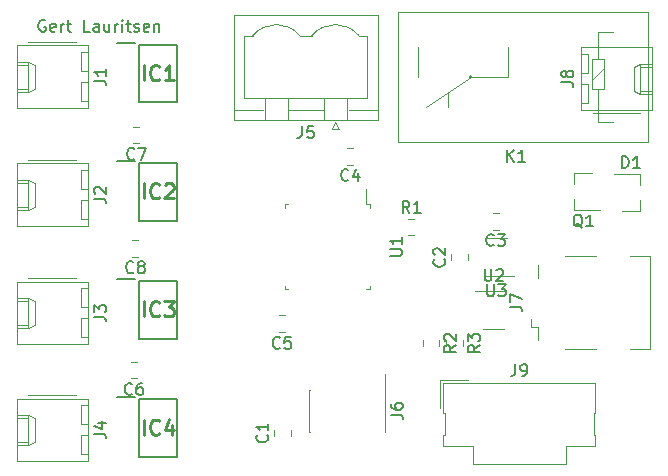
<source format=gbr>
%TF.GenerationSoftware,KiCad,Pcbnew,(5.1.7)-1*%
%TF.CreationDate,2020-10-05T16:07:02+02:00*%
%TF.ProjectId,Templogger,54656d70-6c6f-4676-9765-722e6b696361,rev?*%
%TF.SameCoordinates,Original*%
%TF.FileFunction,Legend,Top*%
%TF.FilePolarity,Positive*%
%FSLAX46Y46*%
G04 Gerber Fmt 4.6, Leading zero omitted, Abs format (unit mm)*
G04 Created by KiCad (PCBNEW (5.1.7)-1) date 2020-10-05 16:07:02*
%MOMM*%
%LPD*%
G01*
G04 APERTURE LIST*
%ADD10C,0.150000*%
%ADD11C,0.120000*%
%ADD12C,0.200000*%
%ADD13C,0.254000*%
G04 APERTURE END LIST*
D10*
X100428571Y-76500000D02*
X100333333Y-76452380D01*
X100190476Y-76452380D01*
X100047619Y-76500000D01*
X99952380Y-76595238D01*
X99904761Y-76690476D01*
X99857142Y-76880952D01*
X99857142Y-77023809D01*
X99904761Y-77214285D01*
X99952380Y-77309523D01*
X100047619Y-77404761D01*
X100190476Y-77452380D01*
X100285714Y-77452380D01*
X100428571Y-77404761D01*
X100476190Y-77357142D01*
X100476190Y-77023809D01*
X100285714Y-77023809D01*
X101285714Y-77404761D02*
X101190476Y-77452380D01*
X101000000Y-77452380D01*
X100904761Y-77404761D01*
X100857142Y-77309523D01*
X100857142Y-76928571D01*
X100904761Y-76833333D01*
X101000000Y-76785714D01*
X101190476Y-76785714D01*
X101285714Y-76833333D01*
X101333333Y-76928571D01*
X101333333Y-77023809D01*
X100857142Y-77119047D01*
X101761904Y-77452380D02*
X101761904Y-76785714D01*
X101761904Y-76976190D02*
X101809523Y-76880952D01*
X101857142Y-76833333D01*
X101952380Y-76785714D01*
X102047619Y-76785714D01*
X102238095Y-76785714D02*
X102619047Y-76785714D01*
X102380952Y-76452380D02*
X102380952Y-77309523D01*
X102428571Y-77404761D01*
X102523809Y-77452380D01*
X102619047Y-77452380D01*
X104190476Y-77452380D02*
X103714285Y-77452380D01*
X103714285Y-76452380D01*
X104952380Y-77452380D02*
X104952380Y-76928571D01*
X104904761Y-76833333D01*
X104809523Y-76785714D01*
X104619047Y-76785714D01*
X104523809Y-76833333D01*
X104952380Y-77404761D02*
X104857142Y-77452380D01*
X104619047Y-77452380D01*
X104523809Y-77404761D01*
X104476190Y-77309523D01*
X104476190Y-77214285D01*
X104523809Y-77119047D01*
X104619047Y-77071428D01*
X104857142Y-77071428D01*
X104952380Y-77023809D01*
X105857142Y-76785714D02*
X105857142Y-77452380D01*
X105428571Y-76785714D02*
X105428571Y-77309523D01*
X105476190Y-77404761D01*
X105571428Y-77452380D01*
X105714285Y-77452380D01*
X105809523Y-77404761D01*
X105857142Y-77357142D01*
X106333333Y-77452380D02*
X106333333Y-76785714D01*
X106333333Y-76976190D02*
X106380952Y-76880952D01*
X106428571Y-76833333D01*
X106523809Y-76785714D01*
X106619047Y-76785714D01*
X106952380Y-77452380D02*
X106952380Y-76785714D01*
X106952380Y-76452380D02*
X106904761Y-76500000D01*
X106952380Y-76547619D01*
X107000000Y-76500000D01*
X106952380Y-76452380D01*
X106952380Y-76547619D01*
X107285714Y-76785714D02*
X107666666Y-76785714D01*
X107428571Y-76452380D02*
X107428571Y-77309523D01*
X107476190Y-77404761D01*
X107571428Y-77452380D01*
X107666666Y-77452380D01*
X107952380Y-77404761D02*
X108047619Y-77452380D01*
X108238095Y-77452380D01*
X108333333Y-77404761D01*
X108380952Y-77309523D01*
X108380952Y-77261904D01*
X108333333Y-77166666D01*
X108238095Y-77119047D01*
X108095238Y-77119047D01*
X108000000Y-77071428D01*
X107952380Y-76976190D01*
X107952380Y-76928571D01*
X108000000Y-76833333D01*
X108095238Y-76785714D01*
X108238095Y-76785714D01*
X108333333Y-76833333D01*
X109190476Y-77404761D02*
X109095238Y-77452380D01*
X108904761Y-77452380D01*
X108809523Y-77404761D01*
X108761904Y-77309523D01*
X108761904Y-76928571D01*
X108809523Y-76833333D01*
X108904761Y-76785714D01*
X109095238Y-76785714D01*
X109190476Y-76833333D01*
X109238095Y-76928571D01*
X109238095Y-77023809D01*
X108761904Y-77119047D01*
X109666666Y-76785714D02*
X109666666Y-77452380D01*
X109666666Y-76880952D02*
X109714285Y-76833333D01*
X109809523Y-76785714D01*
X109952380Y-76785714D01*
X110047619Y-76833333D01*
X110095238Y-76928571D01*
X110095238Y-77452380D01*
D11*
%TO.C,R3*%
X134390000Y-103578922D02*
X134390000Y-104096078D01*
X135810000Y-103578922D02*
X135810000Y-104096078D01*
%TO.C,R2*%
X132390000Y-103578922D02*
X132390000Y-104096078D01*
X133810000Y-103578922D02*
X133810000Y-104096078D01*
%TO.C,J9*%
X133850000Y-106940000D02*
X136260000Y-106940000D01*
X133850000Y-109350000D02*
X133850000Y-106940000D01*
X146990000Y-107240000D02*
X134150000Y-107240000D01*
X146990000Y-109770000D02*
X146990000Y-107240000D01*
X146860000Y-109770000D02*
X146990000Y-109770000D01*
X146860000Y-111580000D02*
X146860000Y-109770000D01*
X146990000Y-111580000D02*
X146860000Y-111580000D01*
X146990000Y-112560000D02*
X146990000Y-111580000D01*
X144490000Y-112560000D02*
X146990000Y-112560000D01*
X144490000Y-114060000D02*
X144490000Y-112560000D01*
X136650000Y-114060000D02*
X144490000Y-114060000D01*
X136650000Y-112560000D02*
X136650000Y-114060000D01*
X134150000Y-112560000D02*
X136650000Y-112560000D01*
X134150000Y-111580000D02*
X134150000Y-112560000D01*
X134280000Y-111580000D02*
X134150000Y-111580000D01*
X134280000Y-109770000D02*
X134280000Y-111580000D01*
X134150000Y-109770000D02*
X134280000Y-109770000D01*
X134150000Y-107240000D02*
X134150000Y-109770000D01*
%TO.C,J8*%
X146370000Y-79360000D02*
X145770000Y-79360000D01*
X146370000Y-80960000D02*
X146370000Y-79360000D01*
X145770000Y-80960000D02*
X146370000Y-80960000D01*
X146370000Y-81900000D02*
X145770000Y-81900000D01*
X146370000Y-83500000D02*
X146370000Y-81900000D01*
X145770000Y-83500000D02*
X146370000Y-83500000D01*
X151790000Y-80410000D02*
X150790000Y-80410000D01*
X151790000Y-82450000D02*
X150790000Y-82450000D01*
X150260000Y-80410000D02*
X150790000Y-80160000D01*
X150260000Y-82450000D02*
X150260000Y-80410000D01*
X150790000Y-82700000D02*
X150260000Y-82450000D01*
X150790000Y-80160000D02*
X151790000Y-80160000D01*
X150790000Y-82700000D02*
X150790000Y-80160000D01*
X151790000Y-82700000D02*
X150790000Y-82700000D01*
X146800000Y-84370000D02*
X150800000Y-84370000D01*
X145770000Y-78780000D02*
X145770000Y-84080000D01*
X151790000Y-78780000D02*
X145770000Y-78780000D01*
X151790000Y-84080000D02*
X151790000Y-78780000D01*
X145770000Y-84080000D02*
X151790000Y-84080000D01*
%TO.C,C8*%
X108321078Y-96510000D02*
X107803922Y-96510000D01*
X108321078Y-95090000D02*
X107803922Y-95090000D01*
%TO.C,C7*%
X108396078Y-86910000D02*
X107878922Y-86910000D01*
X108396078Y-85490000D02*
X107878922Y-85490000D01*
%TO.C,C6*%
X108196078Y-106810000D02*
X107678922Y-106810000D01*
X108196078Y-105390000D02*
X107678922Y-105390000D01*
%TO.C,C5*%
X120721078Y-102910000D02*
X120203922Y-102910000D01*
X120721078Y-101490000D02*
X120203922Y-101490000D01*
%TO.C,C4*%
X126521078Y-88710000D02*
X126003922Y-88710000D01*
X126521078Y-87290000D02*
X126003922Y-87290000D01*
%TO.C,U3*%
X139500000Y-94890000D02*
X137700000Y-94890000D01*
X137700000Y-98110000D02*
X140150000Y-98110000D01*
%TO.C,U2*%
X137500000Y-102610000D02*
X139300000Y-102610000D01*
X139300000Y-99390000D02*
X136850000Y-99390000D01*
%TO.C,U1*%
X120690000Y-98985000D02*
X120690000Y-99285000D01*
X120690000Y-99285000D02*
X120990000Y-99285000D01*
X120690000Y-92365000D02*
X120690000Y-92065000D01*
X120690000Y-92065000D02*
X120990000Y-92065000D01*
X127910000Y-98985000D02*
X127910000Y-99285000D01*
X127910000Y-99285000D02*
X127610000Y-99285000D01*
X127910000Y-92365000D02*
X127910000Y-92065000D01*
X127910000Y-92065000D02*
X127610000Y-92065000D01*
X127610000Y-92065000D02*
X127610000Y-90750000D01*
%TO.C,R1*%
X131178922Y-93290000D02*
X131696078Y-93290000D01*
X131178922Y-94710000D02*
X131696078Y-94710000D01*
%TO.C,Q1*%
X145240000Y-89420000D02*
X145240000Y-90350000D01*
X145240000Y-92580000D02*
X145240000Y-91650000D01*
X145240000Y-92580000D02*
X147400000Y-92580000D01*
X145240000Y-89420000D02*
X146700000Y-89420000D01*
%TO.C,K1*%
X132000000Y-78770000D02*
X132000000Y-81310000D01*
X136445000Y-81310000D02*
X132635000Y-83850000D01*
X134540000Y-83850000D02*
X134540000Y-82580000D01*
X139620000Y-78770000D02*
X139620000Y-81310000D01*
X139620000Y-81310000D02*
X136445000Y-81310000D01*
X147750000Y-80550000D02*
X146730000Y-81560000D01*
X147240000Y-85120000D02*
X148510000Y-85120000D01*
X147240000Y-82330000D02*
X147240000Y-85120000D01*
X147240000Y-77500000D02*
X147240000Y-79790000D01*
X148510000Y-77500000D02*
X147240000Y-77500000D01*
X147240000Y-79790000D02*
X147750000Y-79790000D01*
X147750000Y-79790000D02*
X147750000Y-82330000D01*
X147750000Y-82330000D02*
X147240000Y-82330000D01*
X147240000Y-82330000D02*
X146730000Y-82330000D01*
X146730000Y-82330000D02*
X146730000Y-79790000D01*
X146730000Y-79790000D02*
X147240000Y-79790000D01*
X151460000Y-75810000D02*
X130320000Y-75810000D01*
X130320000Y-75810000D02*
X130320000Y-86810000D01*
X151460000Y-75810000D02*
X151460000Y-86810000D01*
X151460000Y-86810000D02*
X130320000Y-86810000D01*
X136572000Y-81310000D02*
G75*
G03*
X136572000Y-81310000I-127000J0D01*
G01*
%TO.C,J7*%
X147050000Y-104360000D02*
X144450000Y-104360000D01*
X144450000Y-96440000D02*
X147050000Y-96440000D01*
X142140000Y-103600000D02*
X142140000Y-102450000D01*
X142140000Y-102450000D02*
X141550000Y-102450000D01*
X141550000Y-102450000D02*
X141550000Y-101750000D01*
X142140000Y-98350000D02*
X142140000Y-97200000D01*
X149950000Y-104360000D02*
X151610000Y-104360000D01*
X151610000Y-104360000D02*
X151610000Y-96440000D01*
X151610000Y-96440000D02*
X149950000Y-96440000D01*
%TO.C,J6*%
X129235000Y-107785000D02*
X129235000Y-111315000D01*
X122765000Y-107785000D02*
X122765000Y-111315000D01*
X129170000Y-106460000D02*
X129170000Y-107785000D01*
X129235000Y-107785000D02*
X129170000Y-107785000D01*
X129235000Y-111315000D02*
X129170000Y-111315000D01*
X122830000Y-107785000D02*
X122765000Y-107785000D01*
X122830000Y-111315000D02*
X122765000Y-111315000D01*
%TO.C,J5*%
X128610000Y-84910000D02*
X128610000Y-76090000D01*
X128610000Y-76090000D02*
X116390000Y-76090000D01*
X116390000Y-76090000D02*
X116390000Y-84910000D01*
X116390000Y-84910000D02*
X128610000Y-84910000D01*
X128610000Y-84100000D02*
X126110000Y-84100000D01*
X116390000Y-84100000D02*
X118890000Y-84100000D01*
X124000000Y-84100000D02*
X121000000Y-84100000D01*
X126000000Y-83100000D02*
X126000000Y-84910000D01*
X126000000Y-84910000D02*
X124000000Y-84910000D01*
X124000000Y-84910000D02*
X124000000Y-83100000D01*
X124000000Y-83100000D02*
X126000000Y-83100000D01*
X121000000Y-83100000D02*
X121000000Y-84910000D01*
X121000000Y-84910000D02*
X119000000Y-84910000D01*
X119000000Y-84910000D02*
X119000000Y-83100000D01*
X119000000Y-83100000D02*
X121000000Y-83100000D01*
X123000000Y-77800000D02*
X122000000Y-77800000D01*
X127000000Y-77800000D02*
X127700000Y-77800000D01*
X127700000Y-77800000D02*
X127700000Y-83100000D01*
X127700000Y-83100000D02*
X117300000Y-83100000D01*
X117300000Y-83100000D02*
X117300000Y-77800000D01*
X117300000Y-77800000D02*
X118000000Y-77800000D01*
X124700000Y-85710000D02*
X125000000Y-85110000D01*
X125000000Y-85110000D02*
X125300000Y-85710000D01*
X125300000Y-85710000D02*
X124700000Y-85710000D01*
X118013159Y-77784179D02*
G75*
G02*
X122000000Y-77800000I1986841J-1665821D01*
G01*
X123013159Y-77784179D02*
G75*
G02*
X127000000Y-77800000I1986841J-1665821D01*
G01*
%TO.C,J4*%
X104030000Y-108520000D02*
X98010000Y-108520000D01*
X98010000Y-108520000D02*
X98010000Y-113820000D01*
X98010000Y-113820000D02*
X104030000Y-113820000D01*
X104030000Y-113820000D02*
X104030000Y-108520000D01*
X103000000Y-108230000D02*
X99000000Y-108230000D01*
X98010000Y-109900000D02*
X99010000Y-109900000D01*
X99010000Y-109900000D02*
X99010000Y-112440000D01*
X99010000Y-112440000D02*
X98010000Y-112440000D01*
X99010000Y-109900000D02*
X99540000Y-110150000D01*
X99540000Y-110150000D02*
X99540000Y-112190000D01*
X99540000Y-112190000D02*
X99010000Y-112440000D01*
X98010000Y-110150000D02*
X99010000Y-110150000D01*
X98010000Y-112190000D02*
X99010000Y-112190000D01*
X104030000Y-109100000D02*
X103430000Y-109100000D01*
X103430000Y-109100000D02*
X103430000Y-110700000D01*
X103430000Y-110700000D02*
X104030000Y-110700000D01*
X104030000Y-111640000D02*
X103430000Y-111640000D01*
X103430000Y-111640000D02*
X103430000Y-113240000D01*
X103430000Y-113240000D02*
X104030000Y-113240000D01*
%TO.C,J3*%
X104030000Y-98620000D02*
X98010000Y-98620000D01*
X98010000Y-98620000D02*
X98010000Y-103920000D01*
X98010000Y-103920000D02*
X104030000Y-103920000D01*
X104030000Y-103920000D02*
X104030000Y-98620000D01*
X103000000Y-98330000D02*
X99000000Y-98330000D01*
X98010000Y-100000000D02*
X99010000Y-100000000D01*
X99010000Y-100000000D02*
X99010000Y-102540000D01*
X99010000Y-102540000D02*
X98010000Y-102540000D01*
X99010000Y-100000000D02*
X99540000Y-100250000D01*
X99540000Y-100250000D02*
X99540000Y-102290000D01*
X99540000Y-102290000D02*
X99010000Y-102540000D01*
X98010000Y-100250000D02*
X99010000Y-100250000D01*
X98010000Y-102290000D02*
X99010000Y-102290000D01*
X104030000Y-99200000D02*
X103430000Y-99200000D01*
X103430000Y-99200000D02*
X103430000Y-100800000D01*
X103430000Y-100800000D02*
X104030000Y-100800000D01*
X104030000Y-101740000D02*
X103430000Y-101740000D01*
X103430000Y-101740000D02*
X103430000Y-103340000D01*
X103430000Y-103340000D02*
X104030000Y-103340000D01*
%TO.C,J2*%
X104030000Y-88620000D02*
X98010000Y-88620000D01*
X98010000Y-88620000D02*
X98010000Y-93920000D01*
X98010000Y-93920000D02*
X104030000Y-93920000D01*
X104030000Y-93920000D02*
X104030000Y-88620000D01*
X103000000Y-88330000D02*
X99000000Y-88330000D01*
X98010000Y-90000000D02*
X99010000Y-90000000D01*
X99010000Y-90000000D02*
X99010000Y-92540000D01*
X99010000Y-92540000D02*
X98010000Y-92540000D01*
X99010000Y-90000000D02*
X99540000Y-90250000D01*
X99540000Y-90250000D02*
X99540000Y-92290000D01*
X99540000Y-92290000D02*
X99010000Y-92540000D01*
X98010000Y-90250000D02*
X99010000Y-90250000D01*
X98010000Y-92290000D02*
X99010000Y-92290000D01*
X104030000Y-89200000D02*
X103430000Y-89200000D01*
X103430000Y-89200000D02*
X103430000Y-90800000D01*
X103430000Y-90800000D02*
X104030000Y-90800000D01*
X104030000Y-91740000D02*
X103430000Y-91740000D01*
X103430000Y-91740000D02*
X103430000Y-93340000D01*
X103430000Y-93340000D02*
X104030000Y-93340000D01*
%TO.C,J1*%
X104030000Y-78620000D02*
X98010000Y-78620000D01*
X98010000Y-78620000D02*
X98010000Y-83920000D01*
X98010000Y-83920000D02*
X104030000Y-83920000D01*
X104030000Y-83920000D02*
X104030000Y-78620000D01*
X103000000Y-78330000D02*
X99000000Y-78330000D01*
X98010000Y-80000000D02*
X99010000Y-80000000D01*
X99010000Y-80000000D02*
X99010000Y-82540000D01*
X99010000Y-82540000D02*
X98010000Y-82540000D01*
X99010000Y-80000000D02*
X99540000Y-80250000D01*
X99540000Y-80250000D02*
X99540000Y-82290000D01*
X99540000Y-82290000D02*
X99010000Y-82540000D01*
X98010000Y-80250000D02*
X99010000Y-80250000D01*
X98010000Y-82290000D02*
X99010000Y-82290000D01*
X104030000Y-79200000D02*
X103430000Y-79200000D01*
X103430000Y-79200000D02*
X103430000Y-80800000D01*
X103430000Y-80800000D02*
X104030000Y-80800000D01*
X104030000Y-81740000D02*
X103430000Y-81740000D01*
X103430000Y-81740000D02*
X103430000Y-83340000D01*
X103430000Y-83340000D02*
X104030000Y-83340000D01*
D12*
%TO.C,IC4*%
X108400000Y-108550000D02*
X111600000Y-108550000D01*
X111600000Y-108550000D02*
X111600000Y-113450000D01*
X111600000Y-113450000D02*
X108400000Y-113450000D01*
X108400000Y-113450000D02*
X108400000Y-108550000D01*
X106525000Y-108420000D02*
X108050000Y-108420000D01*
%TO.C,IC3*%
X108400000Y-98550000D02*
X111600000Y-98550000D01*
X111600000Y-98550000D02*
X111600000Y-103450000D01*
X111600000Y-103450000D02*
X108400000Y-103450000D01*
X108400000Y-103450000D02*
X108400000Y-98550000D01*
X106525000Y-98420000D02*
X108050000Y-98420000D01*
%TO.C,IC2*%
X108400000Y-88550000D02*
X111600000Y-88550000D01*
X111600000Y-88550000D02*
X111600000Y-93450000D01*
X111600000Y-93450000D02*
X108400000Y-93450000D01*
X108400000Y-93450000D02*
X108400000Y-88550000D01*
X106525000Y-88420000D02*
X108050000Y-88420000D01*
%TO.C,IC1*%
X108400000Y-78550000D02*
X111600000Y-78550000D01*
X111600000Y-78550000D02*
X111600000Y-83450000D01*
X111600000Y-83450000D02*
X108400000Y-83450000D01*
X108400000Y-83450000D02*
X108400000Y-78550000D01*
X106525000Y-78420000D02*
X108050000Y-78420000D01*
D11*
%TO.C,D1*%
X150760000Y-92630000D02*
X150760000Y-91700000D01*
X150760000Y-89470000D02*
X150760000Y-90400000D01*
X150760000Y-89470000D02*
X148600000Y-89470000D01*
X150760000Y-92630000D02*
X149300000Y-92630000D01*
%TO.C,C3*%
X138821078Y-94210000D02*
X138303922Y-94210000D01*
X138821078Y-92790000D02*
X138303922Y-92790000D01*
%TO.C,C2*%
X134790000Y-96821078D02*
X134790000Y-96303922D01*
X136210000Y-96821078D02*
X136210000Y-96303922D01*
%TO.C,C1*%
X119790000Y-111696078D02*
X119790000Y-111178922D01*
X121210000Y-111696078D02*
X121210000Y-111178922D01*
%TO.C,R3*%
D10*
X137202380Y-104004166D02*
X136726190Y-104337500D01*
X137202380Y-104575595D02*
X136202380Y-104575595D01*
X136202380Y-104194642D01*
X136250000Y-104099404D01*
X136297619Y-104051785D01*
X136392857Y-104004166D01*
X136535714Y-104004166D01*
X136630952Y-104051785D01*
X136678571Y-104099404D01*
X136726190Y-104194642D01*
X136726190Y-104575595D01*
X136202380Y-103670833D02*
X136202380Y-103051785D01*
X136583333Y-103385119D01*
X136583333Y-103242261D01*
X136630952Y-103147023D01*
X136678571Y-103099404D01*
X136773809Y-103051785D01*
X137011904Y-103051785D01*
X137107142Y-103099404D01*
X137154761Y-103147023D01*
X137202380Y-103242261D01*
X137202380Y-103527976D01*
X137154761Y-103623214D01*
X137107142Y-103670833D01*
%TO.C,R2*%
X135202380Y-104004166D02*
X134726190Y-104337500D01*
X135202380Y-104575595D02*
X134202380Y-104575595D01*
X134202380Y-104194642D01*
X134250000Y-104099404D01*
X134297619Y-104051785D01*
X134392857Y-104004166D01*
X134535714Y-104004166D01*
X134630952Y-104051785D01*
X134678571Y-104099404D01*
X134726190Y-104194642D01*
X134726190Y-104575595D01*
X134297619Y-103623214D02*
X134250000Y-103575595D01*
X134202380Y-103480357D01*
X134202380Y-103242261D01*
X134250000Y-103147023D01*
X134297619Y-103099404D01*
X134392857Y-103051785D01*
X134488095Y-103051785D01*
X134630952Y-103099404D01*
X135202380Y-103670833D01*
X135202380Y-103051785D01*
%TO.C,J9*%
X140236666Y-105602380D02*
X140236666Y-106316666D01*
X140189047Y-106459523D01*
X140093809Y-106554761D01*
X139950952Y-106602380D01*
X139855714Y-106602380D01*
X140760476Y-106602380D02*
X140950952Y-106602380D01*
X141046190Y-106554761D01*
X141093809Y-106507142D01*
X141189047Y-106364285D01*
X141236666Y-106173809D01*
X141236666Y-105792857D01*
X141189047Y-105697619D01*
X141141428Y-105650000D01*
X141046190Y-105602380D01*
X140855714Y-105602380D01*
X140760476Y-105650000D01*
X140712857Y-105697619D01*
X140665238Y-105792857D01*
X140665238Y-106030952D01*
X140712857Y-106126190D01*
X140760476Y-106173809D01*
X140855714Y-106221428D01*
X141046190Y-106221428D01*
X141141428Y-106173809D01*
X141189047Y-106126190D01*
X141236666Y-106030952D01*
%TO.C,J8*%
X144132380Y-81763333D02*
X144846666Y-81763333D01*
X144989523Y-81810952D01*
X145084761Y-81906190D01*
X145132380Y-82049047D01*
X145132380Y-82144285D01*
X144560952Y-81144285D02*
X144513333Y-81239523D01*
X144465714Y-81287142D01*
X144370476Y-81334761D01*
X144322857Y-81334761D01*
X144227619Y-81287142D01*
X144180000Y-81239523D01*
X144132380Y-81144285D01*
X144132380Y-80953809D01*
X144180000Y-80858571D01*
X144227619Y-80810952D01*
X144322857Y-80763333D01*
X144370476Y-80763333D01*
X144465714Y-80810952D01*
X144513333Y-80858571D01*
X144560952Y-80953809D01*
X144560952Y-81144285D01*
X144608571Y-81239523D01*
X144656190Y-81287142D01*
X144751428Y-81334761D01*
X144941904Y-81334761D01*
X145037142Y-81287142D01*
X145084761Y-81239523D01*
X145132380Y-81144285D01*
X145132380Y-80953809D01*
X145084761Y-80858571D01*
X145037142Y-80810952D01*
X144941904Y-80763333D01*
X144751428Y-80763333D01*
X144656190Y-80810952D01*
X144608571Y-80858571D01*
X144560952Y-80953809D01*
%TO.C,C8*%
X107895833Y-97807142D02*
X107848214Y-97854761D01*
X107705357Y-97902380D01*
X107610119Y-97902380D01*
X107467261Y-97854761D01*
X107372023Y-97759523D01*
X107324404Y-97664285D01*
X107276785Y-97473809D01*
X107276785Y-97330952D01*
X107324404Y-97140476D01*
X107372023Y-97045238D01*
X107467261Y-96950000D01*
X107610119Y-96902380D01*
X107705357Y-96902380D01*
X107848214Y-96950000D01*
X107895833Y-96997619D01*
X108467261Y-97330952D02*
X108372023Y-97283333D01*
X108324404Y-97235714D01*
X108276785Y-97140476D01*
X108276785Y-97092857D01*
X108324404Y-96997619D01*
X108372023Y-96950000D01*
X108467261Y-96902380D01*
X108657738Y-96902380D01*
X108752976Y-96950000D01*
X108800595Y-96997619D01*
X108848214Y-97092857D01*
X108848214Y-97140476D01*
X108800595Y-97235714D01*
X108752976Y-97283333D01*
X108657738Y-97330952D01*
X108467261Y-97330952D01*
X108372023Y-97378571D01*
X108324404Y-97426190D01*
X108276785Y-97521428D01*
X108276785Y-97711904D01*
X108324404Y-97807142D01*
X108372023Y-97854761D01*
X108467261Y-97902380D01*
X108657738Y-97902380D01*
X108752976Y-97854761D01*
X108800595Y-97807142D01*
X108848214Y-97711904D01*
X108848214Y-97521428D01*
X108800595Y-97426190D01*
X108752976Y-97378571D01*
X108657738Y-97330952D01*
%TO.C,C7*%
X107970833Y-88207142D02*
X107923214Y-88254761D01*
X107780357Y-88302380D01*
X107685119Y-88302380D01*
X107542261Y-88254761D01*
X107447023Y-88159523D01*
X107399404Y-88064285D01*
X107351785Y-87873809D01*
X107351785Y-87730952D01*
X107399404Y-87540476D01*
X107447023Y-87445238D01*
X107542261Y-87350000D01*
X107685119Y-87302380D01*
X107780357Y-87302380D01*
X107923214Y-87350000D01*
X107970833Y-87397619D01*
X108304166Y-87302380D02*
X108970833Y-87302380D01*
X108542261Y-88302380D01*
%TO.C,C6*%
X107770833Y-108107142D02*
X107723214Y-108154761D01*
X107580357Y-108202380D01*
X107485119Y-108202380D01*
X107342261Y-108154761D01*
X107247023Y-108059523D01*
X107199404Y-107964285D01*
X107151785Y-107773809D01*
X107151785Y-107630952D01*
X107199404Y-107440476D01*
X107247023Y-107345238D01*
X107342261Y-107250000D01*
X107485119Y-107202380D01*
X107580357Y-107202380D01*
X107723214Y-107250000D01*
X107770833Y-107297619D01*
X108627976Y-107202380D02*
X108437500Y-107202380D01*
X108342261Y-107250000D01*
X108294642Y-107297619D01*
X108199404Y-107440476D01*
X108151785Y-107630952D01*
X108151785Y-108011904D01*
X108199404Y-108107142D01*
X108247023Y-108154761D01*
X108342261Y-108202380D01*
X108532738Y-108202380D01*
X108627976Y-108154761D01*
X108675595Y-108107142D01*
X108723214Y-108011904D01*
X108723214Y-107773809D01*
X108675595Y-107678571D01*
X108627976Y-107630952D01*
X108532738Y-107583333D01*
X108342261Y-107583333D01*
X108247023Y-107630952D01*
X108199404Y-107678571D01*
X108151785Y-107773809D01*
%TO.C,C5*%
X120295833Y-104207142D02*
X120248214Y-104254761D01*
X120105357Y-104302380D01*
X120010119Y-104302380D01*
X119867261Y-104254761D01*
X119772023Y-104159523D01*
X119724404Y-104064285D01*
X119676785Y-103873809D01*
X119676785Y-103730952D01*
X119724404Y-103540476D01*
X119772023Y-103445238D01*
X119867261Y-103350000D01*
X120010119Y-103302380D01*
X120105357Y-103302380D01*
X120248214Y-103350000D01*
X120295833Y-103397619D01*
X121200595Y-103302380D02*
X120724404Y-103302380D01*
X120676785Y-103778571D01*
X120724404Y-103730952D01*
X120819642Y-103683333D01*
X121057738Y-103683333D01*
X121152976Y-103730952D01*
X121200595Y-103778571D01*
X121248214Y-103873809D01*
X121248214Y-104111904D01*
X121200595Y-104207142D01*
X121152976Y-104254761D01*
X121057738Y-104302380D01*
X120819642Y-104302380D01*
X120724404Y-104254761D01*
X120676785Y-104207142D01*
%TO.C,C4*%
X126095833Y-90007142D02*
X126048214Y-90054761D01*
X125905357Y-90102380D01*
X125810119Y-90102380D01*
X125667261Y-90054761D01*
X125572023Y-89959523D01*
X125524404Y-89864285D01*
X125476785Y-89673809D01*
X125476785Y-89530952D01*
X125524404Y-89340476D01*
X125572023Y-89245238D01*
X125667261Y-89150000D01*
X125810119Y-89102380D01*
X125905357Y-89102380D01*
X126048214Y-89150000D01*
X126095833Y-89197619D01*
X126952976Y-89435714D02*
X126952976Y-90102380D01*
X126714880Y-89054761D02*
X126476785Y-89769047D01*
X127095833Y-89769047D01*
%TO.C,U3*%
X137838095Y-98852380D02*
X137838095Y-99661904D01*
X137885714Y-99757142D01*
X137933333Y-99804761D01*
X138028571Y-99852380D01*
X138219047Y-99852380D01*
X138314285Y-99804761D01*
X138361904Y-99757142D01*
X138409523Y-99661904D01*
X138409523Y-98852380D01*
X138790476Y-98852380D02*
X139409523Y-98852380D01*
X139076190Y-99233333D01*
X139219047Y-99233333D01*
X139314285Y-99280952D01*
X139361904Y-99328571D01*
X139409523Y-99423809D01*
X139409523Y-99661904D01*
X139361904Y-99757142D01*
X139314285Y-99804761D01*
X139219047Y-99852380D01*
X138933333Y-99852380D01*
X138838095Y-99804761D01*
X138790476Y-99757142D01*
%TO.C,U2*%
X137638095Y-97552380D02*
X137638095Y-98361904D01*
X137685714Y-98457142D01*
X137733333Y-98504761D01*
X137828571Y-98552380D01*
X138019047Y-98552380D01*
X138114285Y-98504761D01*
X138161904Y-98457142D01*
X138209523Y-98361904D01*
X138209523Y-97552380D01*
X138638095Y-97647619D02*
X138685714Y-97600000D01*
X138780952Y-97552380D01*
X139019047Y-97552380D01*
X139114285Y-97600000D01*
X139161904Y-97647619D01*
X139209523Y-97742857D01*
X139209523Y-97838095D01*
X139161904Y-97980952D01*
X138590476Y-98552380D01*
X139209523Y-98552380D01*
%TO.C,U1*%
X129632380Y-96436904D02*
X130441904Y-96436904D01*
X130537142Y-96389285D01*
X130584761Y-96341666D01*
X130632380Y-96246428D01*
X130632380Y-96055952D01*
X130584761Y-95960714D01*
X130537142Y-95913095D01*
X130441904Y-95865476D01*
X129632380Y-95865476D01*
X130632380Y-94865476D02*
X130632380Y-95436904D01*
X130632380Y-95151190D02*
X129632380Y-95151190D01*
X129775238Y-95246428D01*
X129870476Y-95341666D01*
X129918095Y-95436904D01*
%TO.C,R1*%
X131270833Y-92802380D02*
X130937500Y-92326190D01*
X130699404Y-92802380D02*
X130699404Y-91802380D01*
X131080357Y-91802380D01*
X131175595Y-91850000D01*
X131223214Y-91897619D01*
X131270833Y-91992857D01*
X131270833Y-92135714D01*
X131223214Y-92230952D01*
X131175595Y-92278571D01*
X131080357Y-92326190D01*
X130699404Y-92326190D01*
X132223214Y-92802380D02*
X131651785Y-92802380D01*
X131937500Y-92802380D02*
X131937500Y-91802380D01*
X131842261Y-91945238D01*
X131747023Y-92040476D01*
X131651785Y-92088095D01*
%TO.C,Q1*%
X145904761Y-94047619D02*
X145809523Y-94000000D01*
X145714285Y-93904761D01*
X145571428Y-93761904D01*
X145476190Y-93714285D01*
X145380952Y-93714285D01*
X145428571Y-93952380D02*
X145333333Y-93904761D01*
X145238095Y-93809523D01*
X145190476Y-93619047D01*
X145190476Y-93285714D01*
X145238095Y-93095238D01*
X145333333Y-93000000D01*
X145428571Y-92952380D01*
X145619047Y-92952380D01*
X145714285Y-93000000D01*
X145809523Y-93095238D01*
X145857142Y-93285714D01*
X145857142Y-93619047D01*
X145809523Y-93809523D01*
X145714285Y-93904761D01*
X145619047Y-93952380D01*
X145428571Y-93952380D01*
X146809523Y-93952380D02*
X146238095Y-93952380D01*
X146523809Y-93952380D02*
X146523809Y-92952380D01*
X146428571Y-93095238D01*
X146333333Y-93190476D01*
X146238095Y-93238095D01*
%TO.C,K1*%
X139541904Y-88452380D02*
X139541904Y-87452380D01*
X140113333Y-88452380D02*
X139684761Y-87880952D01*
X140113333Y-87452380D02*
X139541904Y-88023809D01*
X141065714Y-88452380D02*
X140494285Y-88452380D01*
X140780000Y-88452380D02*
X140780000Y-87452380D01*
X140684761Y-87595238D01*
X140589523Y-87690476D01*
X140494285Y-87738095D01*
%TO.C,J7*%
X139802380Y-100733333D02*
X140516666Y-100733333D01*
X140659523Y-100780952D01*
X140754761Y-100876190D01*
X140802380Y-101019047D01*
X140802380Y-101114285D01*
X139802380Y-100352380D02*
X139802380Y-99685714D01*
X140802380Y-100114285D01*
%TO.C,J6*%
X129687380Y-109883333D02*
X130401666Y-109883333D01*
X130544523Y-109930952D01*
X130639761Y-110026190D01*
X130687380Y-110169047D01*
X130687380Y-110264285D01*
X129687380Y-108978571D02*
X129687380Y-109169047D01*
X129735000Y-109264285D01*
X129782619Y-109311904D01*
X129925476Y-109407142D01*
X130115952Y-109454761D01*
X130496904Y-109454761D01*
X130592142Y-109407142D01*
X130639761Y-109359523D01*
X130687380Y-109264285D01*
X130687380Y-109073809D01*
X130639761Y-108978571D01*
X130592142Y-108930952D01*
X130496904Y-108883333D01*
X130258809Y-108883333D01*
X130163571Y-108930952D01*
X130115952Y-108978571D01*
X130068333Y-109073809D01*
X130068333Y-109264285D01*
X130115952Y-109359523D01*
X130163571Y-109407142D01*
X130258809Y-109454761D01*
%TO.C,J5*%
X122166666Y-85452380D02*
X122166666Y-86166666D01*
X122119047Y-86309523D01*
X122023809Y-86404761D01*
X121880952Y-86452380D01*
X121785714Y-86452380D01*
X123119047Y-85452380D02*
X122642857Y-85452380D01*
X122595238Y-85928571D01*
X122642857Y-85880952D01*
X122738095Y-85833333D01*
X122976190Y-85833333D01*
X123071428Y-85880952D01*
X123119047Y-85928571D01*
X123166666Y-86023809D01*
X123166666Y-86261904D01*
X123119047Y-86357142D01*
X123071428Y-86404761D01*
X122976190Y-86452380D01*
X122738095Y-86452380D01*
X122642857Y-86404761D01*
X122595238Y-86357142D01*
%TO.C,J4*%
X104572380Y-111503333D02*
X105286666Y-111503333D01*
X105429523Y-111550952D01*
X105524761Y-111646190D01*
X105572380Y-111789047D01*
X105572380Y-111884285D01*
X104905714Y-110598571D02*
X105572380Y-110598571D01*
X104524761Y-110836666D02*
X105239047Y-111074761D01*
X105239047Y-110455714D01*
%TO.C,J3*%
X104572380Y-101603333D02*
X105286666Y-101603333D01*
X105429523Y-101650952D01*
X105524761Y-101746190D01*
X105572380Y-101889047D01*
X105572380Y-101984285D01*
X104572380Y-101222380D02*
X104572380Y-100603333D01*
X104953333Y-100936666D01*
X104953333Y-100793809D01*
X105000952Y-100698571D01*
X105048571Y-100650952D01*
X105143809Y-100603333D01*
X105381904Y-100603333D01*
X105477142Y-100650952D01*
X105524761Y-100698571D01*
X105572380Y-100793809D01*
X105572380Y-101079523D01*
X105524761Y-101174761D01*
X105477142Y-101222380D01*
%TO.C,J2*%
X104572380Y-91603333D02*
X105286666Y-91603333D01*
X105429523Y-91650952D01*
X105524761Y-91746190D01*
X105572380Y-91889047D01*
X105572380Y-91984285D01*
X104667619Y-91174761D02*
X104620000Y-91127142D01*
X104572380Y-91031904D01*
X104572380Y-90793809D01*
X104620000Y-90698571D01*
X104667619Y-90650952D01*
X104762857Y-90603333D01*
X104858095Y-90603333D01*
X105000952Y-90650952D01*
X105572380Y-91222380D01*
X105572380Y-90603333D01*
%TO.C,J1*%
X104572380Y-81603333D02*
X105286666Y-81603333D01*
X105429523Y-81650952D01*
X105524761Y-81746190D01*
X105572380Y-81889047D01*
X105572380Y-81984285D01*
X105572380Y-80603333D02*
X105572380Y-81174761D01*
X105572380Y-80889047D02*
X104572380Y-80889047D01*
X104715238Y-80984285D01*
X104810476Y-81079523D01*
X104858095Y-81174761D01*
%TO.C,IC4*%
D13*
X108760238Y-111574523D02*
X108760238Y-110304523D01*
X110090714Y-111453571D02*
X110030238Y-111514047D01*
X109848809Y-111574523D01*
X109727857Y-111574523D01*
X109546428Y-111514047D01*
X109425476Y-111393095D01*
X109365000Y-111272142D01*
X109304523Y-111030238D01*
X109304523Y-110848809D01*
X109365000Y-110606904D01*
X109425476Y-110485952D01*
X109546428Y-110365000D01*
X109727857Y-110304523D01*
X109848809Y-110304523D01*
X110030238Y-110365000D01*
X110090714Y-110425476D01*
X111179285Y-110727857D02*
X111179285Y-111574523D01*
X110876904Y-110244047D02*
X110574523Y-111151190D01*
X111360714Y-111151190D01*
%TO.C,IC3*%
X108760238Y-101574523D02*
X108760238Y-100304523D01*
X110090714Y-101453571D02*
X110030238Y-101514047D01*
X109848809Y-101574523D01*
X109727857Y-101574523D01*
X109546428Y-101514047D01*
X109425476Y-101393095D01*
X109365000Y-101272142D01*
X109304523Y-101030238D01*
X109304523Y-100848809D01*
X109365000Y-100606904D01*
X109425476Y-100485952D01*
X109546428Y-100365000D01*
X109727857Y-100304523D01*
X109848809Y-100304523D01*
X110030238Y-100365000D01*
X110090714Y-100425476D01*
X110514047Y-100304523D02*
X111300238Y-100304523D01*
X110876904Y-100788333D01*
X111058333Y-100788333D01*
X111179285Y-100848809D01*
X111239761Y-100909285D01*
X111300238Y-101030238D01*
X111300238Y-101332619D01*
X111239761Y-101453571D01*
X111179285Y-101514047D01*
X111058333Y-101574523D01*
X110695476Y-101574523D01*
X110574523Y-101514047D01*
X110514047Y-101453571D01*
%TO.C,IC2*%
X108760238Y-91574523D02*
X108760238Y-90304523D01*
X110090714Y-91453571D02*
X110030238Y-91514047D01*
X109848809Y-91574523D01*
X109727857Y-91574523D01*
X109546428Y-91514047D01*
X109425476Y-91393095D01*
X109365000Y-91272142D01*
X109304523Y-91030238D01*
X109304523Y-90848809D01*
X109365000Y-90606904D01*
X109425476Y-90485952D01*
X109546428Y-90365000D01*
X109727857Y-90304523D01*
X109848809Y-90304523D01*
X110030238Y-90365000D01*
X110090714Y-90425476D01*
X110574523Y-90425476D02*
X110635000Y-90365000D01*
X110755952Y-90304523D01*
X111058333Y-90304523D01*
X111179285Y-90365000D01*
X111239761Y-90425476D01*
X111300238Y-90546428D01*
X111300238Y-90667380D01*
X111239761Y-90848809D01*
X110514047Y-91574523D01*
X111300238Y-91574523D01*
%TO.C,IC1*%
X108760238Y-81574523D02*
X108760238Y-80304523D01*
X110090714Y-81453571D02*
X110030238Y-81514047D01*
X109848809Y-81574523D01*
X109727857Y-81574523D01*
X109546428Y-81514047D01*
X109425476Y-81393095D01*
X109365000Y-81272142D01*
X109304523Y-81030238D01*
X109304523Y-80848809D01*
X109365000Y-80606904D01*
X109425476Y-80485952D01*
X109546428Y-80365000D01*
X109727857Y-80304523D01*
X109848809Y-80304523D01*
X110030238Y-80365000D01*
X110090714Y-80425476D01*
X111300238Y-81574523D02*
X110574523Y-81574523D01*
X110937380Y-81574523D02*
X110937380Y-80304523D01*
X110816428Y-80485952D01*
X110695476Y-80606904D01*
X110574523Y-80667380D01*
%TO.C,D1*%
D10*
X149261904Y-89002380D02*
X149261904Y-88002380D01*
X149500000Y-88002380D01*
X149642857Y-88050000D01*
X149738095Y-88145238D01*
X149785714Y-88240476D01*
X149833333Y-88430952D01*
X149833333Y-88573809D01*
X149785714Y-88764285D01*
X149738095Y-88859523D01*
X149642857Y-88954761D01*
X149500000Y-89002380D01*
X149261904Y-89002380D01*
X150785714Y-89002380D02*
X150214285Y-89002380D01*
X150500000Y-89002380D02*
X150500000Y-88002380D01*
X150404761Y-88145238D01*
X150309523Y-88240476D01*
X150214285Y-88288095D01*
%TO.C,C3*%
X138395833Y-95507142D02*
X138348214Y-95554761D01*
X138205357Y-95602380D01*
X138110119Y-95602380D01*
X137967261Y-95554761D01*
X137872023Y-95459523D01*
X137824404Y-95364285D01*
X137776785Y-95173809D01*
X137776785Y-95030952D01*
X137824404Y-94840476D01*
X137872023Y-94745238D01*
X137967261Y-94650000D01*
X138110119Y-94602380D01*
X138205357Y-94602380D01*
X138348214Y-94650000D01*
X138395833Y-94697619D01*
X138729166Y-94602380D02*
X139348214Y-94602380D01*
X139014880Y-94983333D01*
X139157738Y-94983333D01*
X139252976Y-95030952D01*
X139300595Y-95078571D01*
X139348214Y-95173809D01*
X139348214Y-95411904D01*
X139300595Y-95507142D01*
X139252976Y-95554761D01*
X139157738Y-95602380D01*
X138872023Y-95602380D01*
X138776785Y-95554761D01*
X138729166Y-95507142D01*
%TO.C,C2*%
X134207142Y-96729166D02*
X134254761Y-96776785D01*
X134302380Y-96919642D01*
X134302380Y-97014880D01*
X134254761Y-97157738D01*
X134159523Y-97252976D01*
X134064285Y-97300595D01*
X133873809Y-97348214D01*
X133730952Y-97348214D01*
X133540476Y-97300595D01*
X133445238Y-97252976D01*
X133350000Y-97157738D01*
X133302380Y-97014880D01*
X133302380Y-96919642D01*
X133350000Y-96776785D01*
X133397619Y-96729166D01*
X133397619Y-96348214D02*
X133350000Y-96300595D01*
X133302380Y-96205357D01*
X133302380Y-95967261D01*
X133350000Y-95872023D01*
X133397619Y-95824404D01*
X133492857Y-95776785D01*
X133588095Y-95776785D01*
X133730952Y-95824404D01*
X134302380Y-96395833D01*
X134302380Y-95776785D01*
%TO.C,C1*%
X119207142Y-111604166D02*
X119254761Y-111651785D01*
X119302380Y-111794642D01*
X119302380Y-111889880D01*
X119254761Y-112032738D01*
X119159523Y-112127976D01*
X119064285Y-112175595D01*
X118873809Y-112223214D01*
X118730952Y-112223214D01*
X118540476Y-112175595D01*
X118445238Y-112127976D01*
X118350000Y-112032738D01*
X118302380Y-111889880D01*
X118302380Y-111794642D01*
X118350000Y-111651785D01*
X118397619Y-111604166D01*
X119302380Y-110651785D02*
X119302380Y-111223214D01*
X119302380Y-110937500D02*
X118302380Y-110937500D01*
X118445238Y-111032738D01*
X118540476Y-111127976D01*
X118588095Y-111223214D01*
%TD*%
M02*

</source>
